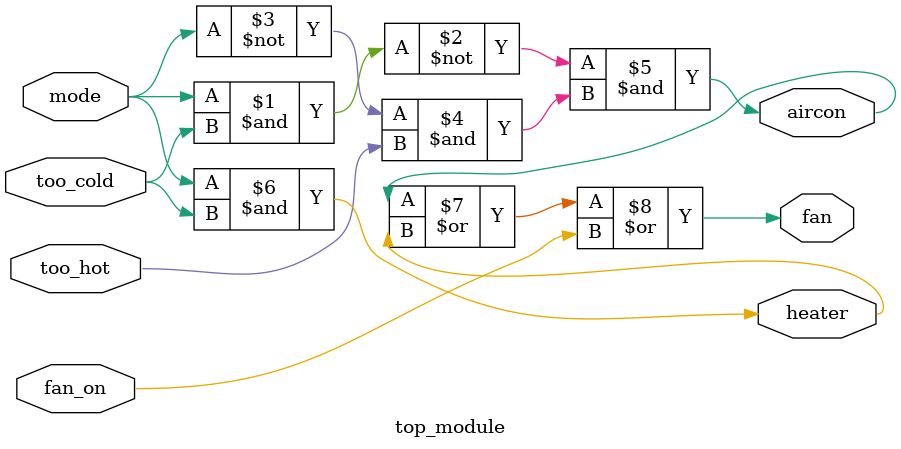
<source format=v>
module top_module (
    input too_cold,
    input too_hot,
    input mode,
    input fan_on,
    output heater,
    output aircon,
    output fan
); 
    assign aircon = (~(mode & too_cold)) & ((~mode) & too_hot);
	assign heater = mode & too_cold; 
    assign fan = aircon | heater | fan_on;
endmodule


</source>
